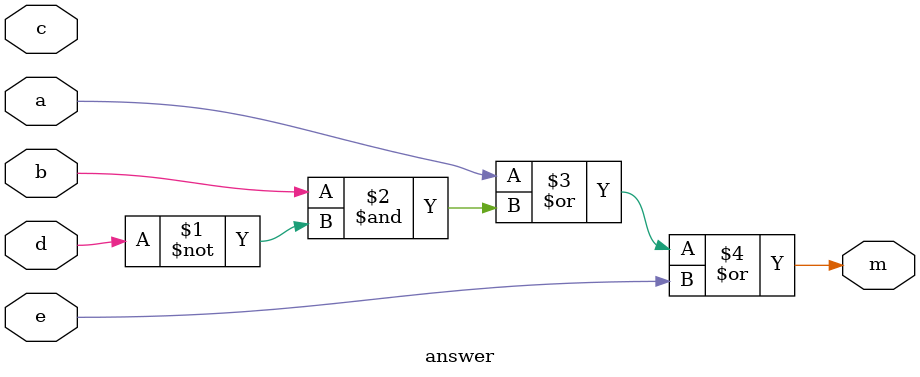
<source format=v>
module answer(
    input a,
    input b,
    input c,
    input d,
    input e,
    output m
    );
    
    assign m = a | ( b & ~d ) | e;
endmodule

</source>
